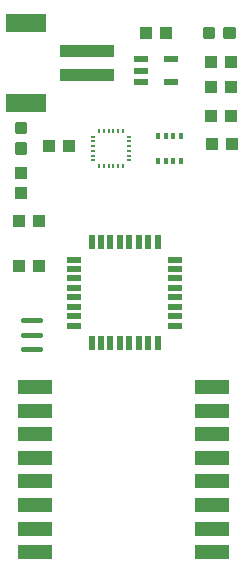
<source format=gbr>
G04 EAGLE Gerber RS-274X export*
G75*
%MOMM*%
%FSLAX34Y34*%
%LPD*%
%INSolderpaste Top*%
%IPPOS*%
%AMOC8*
5,1,8,0,0,1.08239X$1,22.5*%
G01*
%ADD10R,1.100000X1.000000*%
%ADD11C,0.300000*%
%ADD12R,1.000000X1.100000*%
%ADD13R,1.270000X0.558800*%
%ADD14R,0.558800X1.270000*%
%ADD15R,3.000000X1.200000*%
%ADD16R,1.200000X0.550000*%
%ADD17R,0.450000X0.250000*%
%ADD18R,0.250000X0.450000*%
%ADD19R,0.350000X0.500000*%
%ADD20C,0.450000*%
%ADD21R,4.600000X1.000000*%
%ADD22R,3.400000X1.600000*%


D10*
X179460Y563880D03*
X196460Y563880D03*
X196460Y585470D03*
X179460Y585470D03*
X197730Y515620D03*
X180730Y515620D03*
X42300Y514350D03*
X59300Y514350D03*
D11*
X22550Y508430D02*
X15550Y508430D01*
X15550Y515430D01*
X22550Y515430D01*
X22550Y508430D01*
X22550Y511280D02*
X15550Y511280D01*
X15550Y514130D02*
X22550Y514130D01*
X22550Y525970D02*
X15550Y525970D01*
X15550Y532970D01*
X22550Y532970D01*
X22550Y525970D01*
X22550Y528820D02*
X15550Y528820D01*
X15550Y531670D02*
X22550Y531670D01*
X174420Y606100D02*
X174420Y613100D01*
X181420Y613100D01*
X181420Y606100D01*
X174420Y606100D01*
X174420Y608950D02*
X181420Y608950D01*
X181420Y611800D02*
X174420Y611800D01*
X191960Y613100D02*
X191960Y606100D01*
X191960Y613100D02*
X198960Y613100D01*
X198960Y606100D01*
X191960Y606100D01*
X191960Y608950D02*
X198960Y608950D01*
X198960Y611800D02*
X191960Y611800D01*
D12*
X19050Y474100D03*
X19050Y491100D03*
D10*
X196460Y539750D03*
X179460Y539750D03*
X33900Y450850D03*
X16900Y450850D03*
X33900Y412750D03*
X16900Y412750D03*
X141850Y609600D03*
X124850Y609600D03*
D13*
X63754Y417890D03*
X63754Y409890D03*
X63754Y401890D03*
X63754Y393890D03*
X63754Y385890D03*
X63754Y377890D03*
X63754Y369890D03*
X63754Y361890D03*
D14*
X78680Y346964D03*
X86680Y346964D03*
X94680Y346964D03*
X102680Y346964D03*
X110680Y346964D03*
X118680Y346964D03*
X126680Y346964D03*
X134680Y346964D03*
D13*
X149606Y361890D03*
X149606Y369890D03*
X149606Y377890D03*
X149606Y385890D03*
X149606Y393890D03*
X149606Y401890D03*
X149606Y409890D03*
X149606Y417890D03*
D14*
X134680Y432816D03*
X126680Y432816D03*
X118680Y432816D03*
X110680Y432816D03*
X102680Y432816D03*
X94680Y432816D03*
X86680Y432816D03*
X78680Y432816D03*
D15*
X30410Y310030D03*
X30410Y290030D03*
X30410Y270030D03*
X30410Y250030D03*
X30410Y230030D03*
X30410Y210030D03*
X30410Y190030D03*
X30410Y170030D03*
X180410Y170030D03*
X180410Y190030D03*
X180410Y210030D03*
X180410Y230030D03*
X180410Y250030D03*
X180410Y270030D03*
X180410Y290030D03*
X180410Y310030D03*
D16*
X120349Y587350D03*
X120349Y577850D03*
X120349Y568350D03*
X146351Y568350D03*
X146351Y587350D03*
D17*
X110250Y505810D03*
X110250Y501810D03*
X110250Y509810D03*
X110250Y513810D03*
X110250Y517810D03*
X110250Y521810D03*
D18*
X105250Y526810D03*
X101250Y526810D03*
X97250Y526810D03*
X93250Y526810D03*
X89250Y526810D03*
X85250Y526810D03*
D17*
X80250Y521810D03*
X80250Y517810D03*
X80250Y509810D03*
X80250Y513810D03*
X80250Y505810D03*
X80250Y501810D03*
D18*
X85250Y496810D03*
X89250Y496810D03*
X93250Y496810D03*
X97250Y496810D03*
X101250Y496810D03*
X105250Y496810D03*
D19*
X135030Y522060D03*
X141530Y522060D03*
X148030Y522060D03*
X154530Y522060D03*
X154530Y501560D03*
X148030Y501560D03*
X141530Y501560D03*
X135030Y501560D03*
D20*
X35215Y366330D02*
X20665Y366330D01*
X20665Y354330D02*
X35215Y354330D01*
X35215Y342330D02*
X20665Y342330D01*
D21*
X75100Y574200D03*
X75100Y594200D03*
D22*
X23100Y550200D03*
X23100Y618200D03*
M02*

</source>
